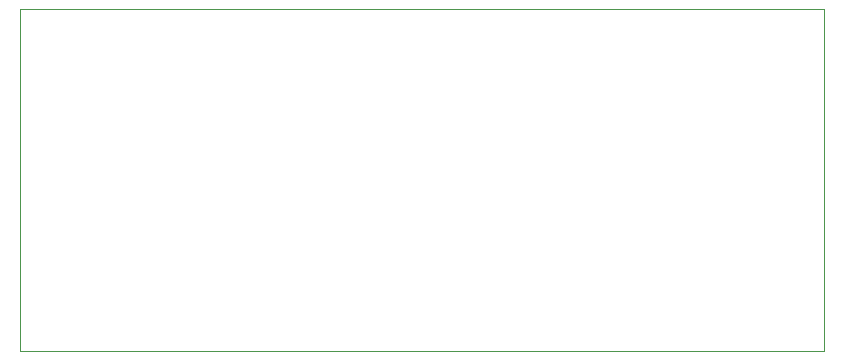
<source format=gbr>
%TF.GenerationSoftware,KiCad,Pcbnew,(5.1.10-1-10_14)*%
%TF.CreationDate,2021-12-11T09:19:19-05:00*%
%TF.ProjectId,control-unit,636f6e74-726f-46c2-9d75-6e69742e6b69,rev?*%
%TF.SameCoordinates,Original*%
%TF.FileFunction,Profile,NP*%
%FSLAX46Y46*%
G04 Gerber Fmt 4.6, Leading zero omitted, Abs format (unit mm)*
G04 Created by KiCad (PCBNEW (5.1.10-1-10_14)) date 2021-12-11 09:19:19*
%MOMM*%
%LPD*%
G01*
G04 APERTURE LIST*
%TA.AperFunction,Profile*%
%ADD10C,0.050000*%
%TD*%
G04 APERTURE END LIST*
D10*
X125222000Y-74676000D02*
X145542000Y-74676000D01*
X125222000Y-103632000D02*
X125222000Y-74676000D01*
X193294000Y-103632000D02*
X125222000Y-103632000D01*
X193294000Y-74676000D02*
X193294000Y-103632000D01*
X145542000Y-74676000D02*
X193294000Y-74676000D01*
M02*

</source>
